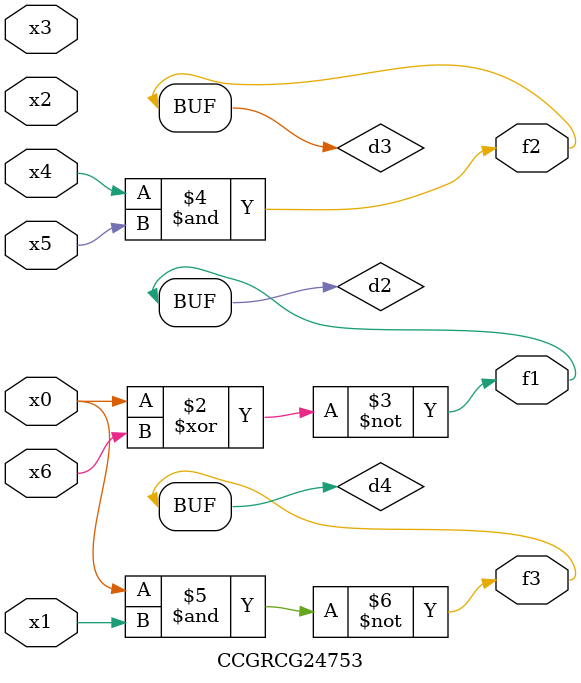
<source format=v>
module CCGRCG24753(
	input x0, x1, x2, x3, x4, x5, x6,
	output f1, f2, f3
);

	wire d1, d2, d3, d4;

	nor (d1, x0);
	xnor (d2, x0, x6);
	and (d3, x4, x5);
	nand (d4, x0, x1);
	assign f1 = d2;
	assign f2 = d3;
	assign f3 = d4;
endmodule

</source>
